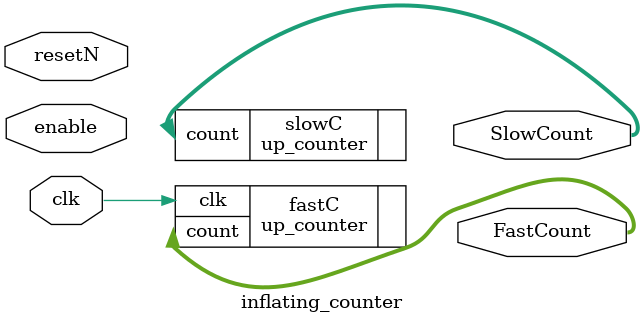
<source format=sv>


module inflating_counter 
	(
   // Input, Output Ports
	input logic clk, 
	input logic resetN, 
	input logic enable,
   
	output logic [3:0] FastCount,
	output logic [3:0] SlowCount
   );


	logic enable_cnt; // internal variable - output of the comparator
	
//------------------------------------------------------------------------------------
// &&&&&&&&&&&&&&  fill your code and paste into the report
//------------------------------------------------------------------------------------
	
	// Fast counter instantiation
	up_counter fastC(
				.clk(clk),
// Fill your code here
				.count(FastCount) 
				);

	// Slow counter instantiation
	up_counter slowC( 
// Fill your code here
				.count(SlowCount) 
				);	
				
	
	// Comparator instantiation
   comparator cmp 
	(
// Fill your code here
   ); 
	
//-------------------------------------------------------------------------------------
// &&&&&&&&&&&&&&  end of paste into the report 
//-------------------------------------------------------------------------------------

endmodule

</source>
